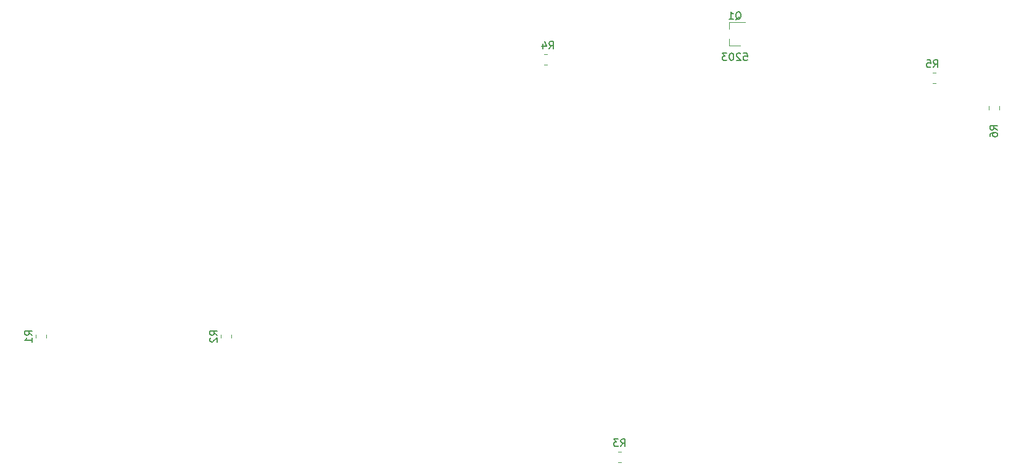
<source format=gbr>
%TF.GenerationSoftware,KiCad,Pcbnew,(5.1.8)-1*%
%TF.CreationDate,2024-08-14T23:24:58+03:00*%
%TF.ProjectId,ROM,524f4d2e-6b69-4636-9164-5f7063625858,rev?*%
%TF.SameCoordinates,Original*%
%TF.FileFunction,Legend,Bot*%
%TF.FilePolarity,Positive*%
%FSLAX46Y46*%
G04 Gerber Fmt 4.6, Leading zero omitted, Abs format (unit mm)*
G04 Created by KiCad (PCBNEW (5.1.8)-1) date 2024-08-14 23:24:58*
%MOMM*%
%LPD*%
G01*
G04 APERTURE LIST*
%ADD10C,0.150000*%
%ADD11C,0.120000*%
G04 APERTURE END LIST*
D10*
X115490476Y-22947380D02*
X115966666Y-22947380D01*
X116014285Y-23423571D01*
X115966666Y-23375952D01*
X115871428Y-23328333D01*
X115633333Y-23328333D01*
X115538095Y-23375952D01*
X115490476Y-23423571D01*
X115442857Y-23518809D01*
X115442857Y-23756904D01*
X115490476Y-23852142D01*
X115538095Y-23899761D01*
X115633333Y-23947380D01*
X115871428Y-23947380D01*
X115966666Y-23899761D01*
X116014285Y-23852142D01*
X115061904Y-23042619D02*
X115014285Y-22995000D01*
X114919047Y-22947380D01*
X114680952Y-22947380D01*
X114585714Y-22995000D01*
X114538095Y-23042619D01*
X114490476Y-23137857D01*
X114490476Y-23233095D01*
X114538095Y-23375952D01*
X115109523Y-23947380D01*
X114490476Y-23947380D01*
X113871428Y-22947380D02*
X113776190Y-22947380D01*
X113680952Y-22995000D01*
X113633333Y-23042619D01*
X113585714Y-23137857D01*
X113538095Y-23328333D01*
X113538095Y-23566428D01*
X113585714Y-23756904D01*
X113633333Y-23852142D01*
X113680952Y-23899761D01*
X113776190Y-23947380D01*
X113871428Y-23947380D01*
X113966666Y-23899761D01*
X114014285Y-23852142D01*
X114061904Y-23756904D01*
X114109523Y-23566428D01*
X114109523Y-23328333D01*
X114061904Y-23137857D01*
X114014285Y-23042619D01*
X113966666Y-22995000D01*
X113871428Y-22947380D01*
X113204761Y-22947380D02*
X112585714Y-22947380D01*
X112919047Y-23328333D01*
X112776190Y-23328333D01*
X112680952Y-23375952D01*
X112633333Y-23423571D01*
X112585714Y-23518809D01*
X112585714Y-23756904D01*
X112633333Y-23852142D01*
X112680952Y-23899761D01*
X112776190Y-23947380D01*
X113061904Y-23947380D01*
X113157142Y-23899761D01*
X113204761Y-23852142D01*
D11*
%TO.C,Q1*%
X113540000Y-21900000D02*
X113540000Y-20970000D01*
X113540000Y-18740000D02*
X113540000Y-19670000D01*
X113540000Y-18740000D02*
X115700000Y-18740000D01*
X113540000Y-21900000D02*
X115000000Y-21900000D01*
%TO.C,R6*%
X149125000Y-30707064D02*
X149125000Y-30252936D01*
X150595000Y-30707064D02*
X150595000Y-30252936D01*
%TO.C,R5*%
X141425436Y-27087500D02*
X141879564Y-27087500D01*
X141425436Y-25617500D02*
X141879564Y-25617500D01*
%TO.C,R4*%
X88085436Y-24547500D02*
X88539564Y-24547500D01*
X88085436Y-23077500D02*
X88539564Y-23077500D01*
%TO.C,R3*%
X98245436Y-79157500D02*
X98699564Y-79157500D01*
X98245436Y-77687500D02*
X98699564Y-77687500D01*
%TO.C,R2*%
X45185000Y-61637936D02*
X45185000Y-62092064D01*
X43715000Y-61637936D02*
X43715000Y-62092064D01*
%TO.C,R1*%
X19785000Y-61637936D02*
X19785000Y-62092064D01*
X18315000Y-61637936D02*
X18315000Y-62092064D01*
%TO.C,Q1*%
D10*
X114395238Y-18367619D02*
X114490476Y-18320000D01*
X114585714Y-18224761D01*
X114728571Y-18081904D01*
X114823809Y-18034285D01*
X114919047Y-18034285D01*
X114871428Y-18272380D02*
X114966666Y-18224761D01*
X115061904Y-18129523D01*
X115109523Y-17939047D01*
X115109523Y-17605714D01*
X115061904Y-17415238D01*
X114966666Y-17320000D01*
X114871428Y-17272380D01*
X114680952Y-17272380D01*
X114585714Y-17320000D01*
X114490476Y-17415238D01*
X114442857Y-17605714D01*
X114442857Y-17939047D01*
X114490476Y-18129523D01*
X114585714Y-18224761D01*
X114680952Y-18272380D01*
X114871428Y-18272380D01*
X113490476Y-18272380D02*
X114061904Y-18272380D01*
X113776190Y-18272380D02*
X113776190Y-17272380D01*
X113871428Y-17415238D01*
X113966666Y-17510476D01*
X114061904Y-17558095D01*
%TO.C,R6*%
X150312380Y-33488333D02*
X149836190Y-33155000D01*
X150312380Y-32916904D02*
X149312380Y-32916904D01*
X149312380Y-33297857D01*
X149360000Y-33393095D01*
X149407619Y-33440714D01*
X149502857Y-33488333D01*
X149645714Y-33488333D01*
X149740952Y-33440714D01*
X149788571Y-33393095D01*
X149836190Y-33297857D01*
X149836190Y-32916904D01*
X149312380Y-34345476D02*
X149312380Y-34155000D01*
X149360000Y-34059761D01*
X149407619Y-34012142D01*
X149550476Y-33916904D01*
X149740952Y-33869285D01*
X150121904Y-33869285D01*
X150217142Y-33916904D01*
X150264761Y-33964523D01*
X150312380Y-34059761D01*
X150312380Y-34250238D01*
X150264761Y-34345476D01*
X150217142Y-34393095D01*
X150121904Y-34440714D01*
X149883809Y-34440714D01*
X149788571Y-34393095D01*
X149740952Y-34345476D01*
X149693333Y-34250238D01*
X149693333Y-34059761D01*
X149740952Y-33964523D01*
X149788571Y-33916904D01*
X149883809Y-33869285D01*
%TO.C,R5*%
X141549166Y-24899880D02*
X141882500Y-24423690D01*
X142120595Y-24899880D02*
X142120595Y-23899880D01*
X141739642Y-23899880D01*
X141644404Y-23947500D01*
X141596785Y-23995119D01*
X141549166Y-24090357D01*
X141549166Y-24233214D01*
X141596785Y-24328452D01*
X141644404Y-24376071D01*
X141739642Y-24423690D01*
X142120595Y-24423690D01*
X140644404Y-23899880D02*
X141120595Y-23899880D01*
X141168214Y-24376071D01*
X141120595Y-24328452D01*
X141025357Y-24280833D01*
X140787261Y-24280833D01*
X140692023Y-24328452D01*
X140644404Y-24376071D01*
X140596785Y-24471309D01*
X140596785Y-24709404D01*
X140644404Y-24804642D01*
X140692023Y-24852261D01*
X140787261Y-24899880D01*
X141025357Y-24899880D01*
X141120595Y-24852261D01*
X141168214Y-24804642D01*
%TO.C,R4*%
X88796666Y-22359880D02*
X89130000Y-21883690D01*
X89368095Y-22359880D02*
X89368095Y-21359880D01*
X88987142Y-21359880D01*
X88891904Y-21407500D01*
X88844285Y-21455119D01*
X88796666Y-21550357D01*
X88796666Y-21693214D01*
X88844285Y-21788452D01*
X88891904Y-21836071D01*
X88987142Y-21883690D01*
X89368095Y-21883690D01*
X87939523Y-21693214D02*
X87939523Y-22359880D01*
X88177619Y-21312261D02*
X88415714Y-22026547D01*
X87796666Y-22026547D01*
%TO.C,R3*%
X98639166Y-76969880D02*
X98972500Y-76493690D01*
X99210595Y-76969880D02*
X99210595Y-75969880D01*
X98829642Y-75969880D01*
X98734404Y-76017500D01*
X98686785Y-76065119D01*
X98639166Y-76160357D01*
X98639166Y-76303214D01*
X98686785Y-76398452D01*
X98734404Y-76446071D01*
X98829642Y-76493690D01*
X99210595Y-76493690D01*
X98305833Y-75969880D02*
X97686785Y-75969880D01*
X98020119Y-76350833D01*
X97877261Y-76350833D01*
X97782023Y-76398452D01*
X97734404Y-76446071D01*
X97686785Y-76541309D01*
X97686785Y-76779404D01*
X97734404Y-76874642D01*
X97782023Y-76922261D01*
X97877261Y-76969880D01*
X98162976Y-76969880D01*
X98258214Y-76922261D01*
X98305833Y-76874642D01*
%TO.C,R2*%
X43252380Y-61698333D02*
X42776190Y-61365000D01*
X43252380Y-61126904D02*
X42252380Y-61126904D01*
X42252380Y-61507857D01*
X42300000Y-61603095D01*
X42347619Y-61650714D01*
X42442857Y-61698333D01*
X42585714Y-61698333D01*
X42680952Y-61650714D01*
X42728571Y-61603095D01*
X42776190Y-61507857D01*
X42776190Y-61126904D01*
X42347619Y-62079285D02*
X42300000Y-62126904D01*
X42252380Y-62222142D01*
X42252380Y-62460238D01*
X42300000Y-62555476D01*
X42347619Y-62603095D01*
X42442857Y-62650714D01*
X42538095Y-62650714D01*
X42680952Y-62603095D01*
X43252380Y-62031666D01*
X43252380Y-62650714D01*
%TO.C,R1*%
X17852380Y-61698333D02*
X17376190Y-61365000D01*
X17852380Y-61126904D02*
X16852380Y-61126904D01*
X16852380Y-61507857D01*
X16900000Y-61603095D01*
X16947619Y-61650714D01*
X17042857Y-61698333D01*
X17185714Y-61698333D01*
X17280952Y-61650714D01*
X17328571Y-61603095D01*
X17376190Y-61507857D01*
X17376190Y-61126904D01*
X17852380Y-62650714D02*
X17852380Y-62079285D01*
X17852380Y-62365000D02*
X16852380Y-62365000D01*
X16995238Y-62269761D01*
X17090476Y-62174523D01*
X17138095Y-62079285D01*
%TD*%
M02*

</source>
